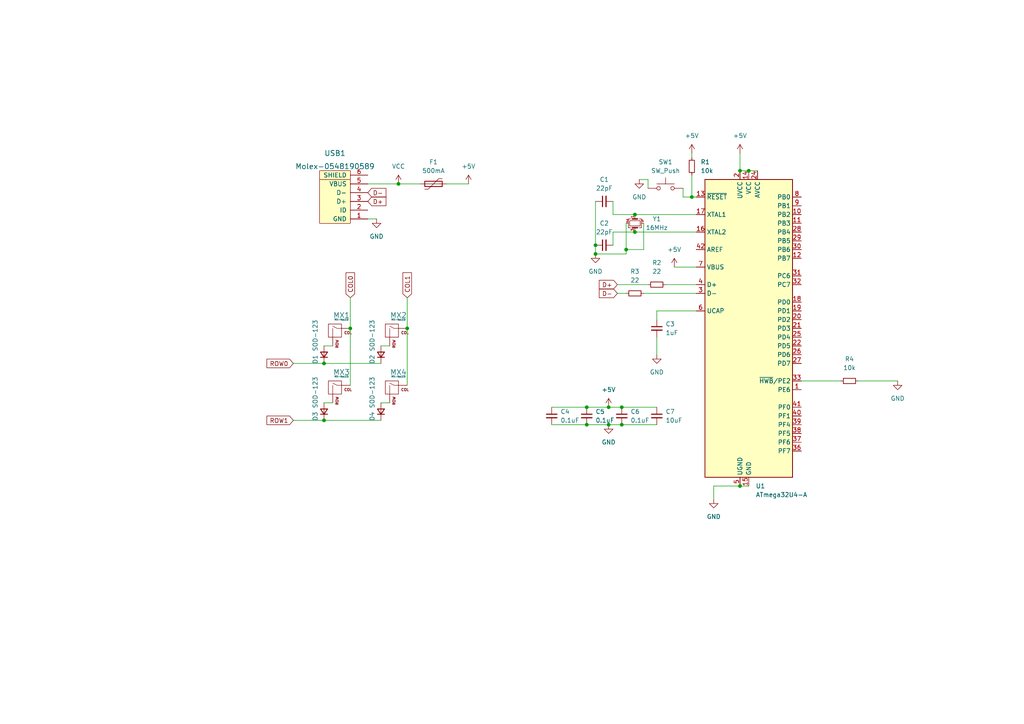
<source format=kicad_sch>
(kicad_sch (version 20211123) (generator eeschema)
  (paper "A4")
  (lib_symbols
    (symbol "Device:C_Small" (pin_numbers hide) (pin_names (offset 0.254) hide)
      (property "Reference" "C" (at 0.254 1.778 0))
      (property "Value" "C_Small" (at 0.254 -2.032 0))
      (symbol "C_Small_0_1"
        (polyline (pts (xy -1.524 -0.508) (xy 1.524 -0.508)) (stroke (width 0.3302)))
        (polyline (pts (xy -1.524 0.508) (xy 1.524 0.508)) (stroke (width 0.3048)))
      )
      (symbol "C_Small_1_1"
        (pin passive line (at 0 2.54 270) (length 2.032) (name "~") (number "1"))
        (pin passive line (at 0 -2.54 90) (length 2.032) (name "~") (number "2"))
      )
    )
    (symbol "Device:Crystal_GND24_Small" (pin_names (offset 1.016) hide)
      (property "Reference" "Y" (at 1.27 4.445 0))
      (property "Value" "Crystal_GND24_Small" (at 1.27 2.54 0))
      (symbol "Crystal_GND24_Small_0_1"
        (rectangle (start -0.762 -1.524) (end 0.762 1.524))
        (polyline (pts (xy -1.27 -0.762) (xy -1.27 0.762)) (stroke (width 0.381)))
        (polyline (pts (xy 1.27 -0.762) (xy 1.27 0.762)) (stroke (width 0.381)))
        (polyline (pts (xy -1.27 -1.27) (xy -1.27 -1.905) (xy 1.27 -1.905) (xy 1.27 -1.27)))
        (polyline (pts (xy -1.27 1.27) (xy -1.27 1.905) (xy 1.27 1.905) (xy 1.27 1.27)))
      )
      (symbol "Crystal_GND24_Small_1_1"
        (pin passive line (at -2.54 0 0) (length 1.27) (name "1") (number "1"))
        (pin passive line (at 0 -2.54 90) (length 0.635) (name "2") (number "2"))
        (pin passive line (at 2.54 0 180) (length 1.27) (name "3") (number "3"))
        (pin passive line (at 0 2.54 270) (length 0.635) (name "4") (number "4"))
      )
    )
    (symbol "Device:D_Small" (pin_numbers hide) (pin_names (offset 0.254) hide)
      (property "Reference" "D" (at -1.27 2.032 0))
      (property "Value" "D_Small" (at -3.81 -2.032 0))
      (symbol "D_Small_0_1"
        (polyline (pts (xy -0.762 -1.016) (xy -0.762 1.016)) (stroke (width 0.254)))
        (polyline (pts (xy -0.762 0) (xy 0.762 0)))
        (polyline (pts (xy 0.762 -1.016) (xy -0.762 0) (xy 0.762 1.016) (xy 0.762 -1.016)) (stroke (width 0.254)))
      )
      (symbol "D_Small_1_1"
        (pin passive line (at -2.54 0 0) (length 1.778) (name "K") (number "1"))
        (pin passive line (at 2.54 0 180) (length 1.778) (name "A") (number "2"))
      )
    )
    (symbol "Device:Polyfuse" (pin_numbers hide) (pin_names (offset 0))
      (property "Reference" "F" (at -2.54 0 90))
      (property "Value" "Polyfuse" (at 2.54 0 90))
      (symbol "Polyfuse_0_1"
        (rectangle (start -0.762 2.54) (end 0.762 -2.54) (stroke (width 0.254)))
        (polyline (pts (xy 0 2.54) (xy 0 -2.54)))
        (polyline (pts (xy -1.524 2.54) (xy -1.524 1.524) (xy 1.524 -1.524) (xy 1.524 -2.54)))
      )
      (symbol "Polyfuse_1_1"
        (pin passive line (at 0 3.81 270) (length 1.27) (name "~") (number "1"))
        (pin passive line (at 0 -3.81 90) (length 1.27) (name "~") (number "2"))
      )
    )
    (symbol "Device:R_Small" (pin_numbers hide) (pin_names (offset 0.254) hide)
      (property "Reference" "R" (at 0.762 0.508 0))
      (property "Value" "R_Small" (at 0.762 -1.016 0))
      (symbol "R_Small_0_1"
        (rectangle (start -0.762 1.778) (end 0.762 -1.778) (stroke (width 0.2032)))
      )
      (symbol "R_Small_1_1"
        (pin passive line (at 0 2.54 270) (length 0.762) (name "~") (number "1"))
        (pin passive line (at 0 -2.54 90) (length 0.762) (name "~") (number "2"))
      )
    )
    (symbol "MCU_Microchip_ATmega:ATmega32U4-A"
      (property "Reference" "U" (at -12.7 44.45 0))
      (property "Value" "ATmega32U4-A" (at 2.54 -44.45 0))
      (symbol "ATmega32U4-A_0_1"
        (rectangle (start -12.7 -43.18) (end 12.7 43.18) (stroke (width 0.254)) (fill (type background)))
      )
      (symbol "ATmega32U4-A_1_1"
        (pin bidirectional line (at 15.24 -17.78 180) (length 2.54) (name "PE6") (number "1"))
        (pin bidirectional line (at 15.24 33.02 180) (length 2.54) (name "PB2") (number "10"))
        (pin bidirectional line (at 15.24 30.48 180) (length 2.54) (name "PB3") (number "11"))
        (pin bidirectional line (at 15.24 20.32 180) (length 2.54) (name "PB7") (number "12"))
        (pin input line (at -15.24 38.1 0) (length 2.54) (name "~{RESET}") (number "13"))
        (pin power_in line (at 0 45.72 270) (length 2.54) (name "VCC") (number "14"))
        (pin power_in line (at 0 -45.72 90) (length 2.54) (name "GND") (number "15"))
        (pin output line (at -15.24 27.94 0) (length 2.54) (name "XTAL2") (number "16"))
        (pin input line (at -15.24 33.02 0) (length 2.54) (name "XTAL1") (number "17"))
        (pin bidirectional line (at 15.24 7.62 180) (length 2.54) (name "PD0") (number "18"))
        (pin bidirectional line (at 15.24 5.08 180) (length 2.54) (name "PD1") (number "19"))
        (pin power_in line (at -2.54 45.72 270) (length 2.54) (name "UVCC") (number "2"))
        (pin bidirectional line (at 15.24 2.54 180) (length 2.54) (name "PD2") (number "20"))
        (pin bidirectional line (at 15.24 0 180) (length 2.54) (name "PD3") (number "21"))
        (pin bidirectional line (at 15.24 -5.08 180) (length 2.54) (name "PD5") (number "22"))
        (pin passive line (at 0 -45.72 90) (length 2.54) hide (name "GND") (number "23"))
        (pin power_in line (at 2.54 45.72 270) (length 2.54) (name "AVCC") (number "24"))
        (pin bidirectional line (at 15.24 -2.54 180) (length 2.54) (name "PD4") (number "25"))
        (pin bidirectional line (at 15.24 -7.62 180) (length 2.54) (name "PD6") (number "26"))
        (pin bidirectional line (at 15.24 -10.16 180) (length 2.54) (name "PD7") (number "27"))
        (pin bidirectional line (at 15.24 27.94 180) (length 2.54) (name "PB4") (number "28"))
        (pin bidirectional line (at 15.24 25.4 180) (length 2.54) (name "PB5") (number "29"))
        (pin bidirectional line (at -15.24 10.16 0) (length 2.54) (name "D-") (number "3"))
        (pin bidirectional line (at 15.24 22.86 180) (length 2.54) (name "PB6") (number "30"))
        (pin bidirectional line (at 15.24 15.24 180) (length 2.54) (name "PC6") (number "31"))
        (pin bidirectional line (at 15.24 12.7 180) (length 2.54) (name "PC7") (number "32"))
        (pin bidirectional line (at 15.24 -15.24 180) (length 2.54) (name "~{HWB}/PE2") (number "33"))
        (pin passive line (at 0 45.72 270) (length 2.54) hide (name "VCC") (number "34"))
        (pin passive line (at 0 -45.72 90) (length 2.54) hide (name "GND") (number "35"))
        (pin bidirectional line (at 15.24 -35.56 180) (length 2.54) (name "PF7") (number "36"))
        (pin bidirectional line (at 15.24 -33.02 180) (length 2.54) (name "PF6") (number "37"))
        (pin bidirectional line (at 15.24 -30.48 180) (length 2.54) (name "PF5") (number "38"))
        (pin bidirectional line (at 15.24 -27.94 180) (length 2.54) (name "PF4") (number "39"))
        (pin bidirectional line (at -15.24 12.7 0) (length 2.54) (name "D+") (number "4"))
        (pin bidirectional line (at 15.24 -25.4 180) (length 2.54) (name "PF1") (number "40"))
        (pin bidirectional line (at 15.24 -22.86 180) (length 2.54) (name "PF0") (number "41"))
        (pin passive line (at -15.24 22.86 0) (length 2.54) (name "AREF") (number "42"))
        (pin passive line (at 0 -45.72 90) (length 2.54) hide (name "GND") (number "43"))
        (pin passive line (at 2.54 45.72 270) (length 2.54) hide (name "AVCC") (number "44"))
        (pin passive line (at -2.54 -45.72 90) (length 2.54) (name "UGND") (number "5"))
        (pin passive line (at -15.24 5.08 0) (length 2.54) (name "UCAP") (number "6"))
        (pin input line (at -15.24 17.78 0) (length 2.54) (name "VBUS") (number "7"))
        (pin bidirectional line (at 15.24 38.1 180) (length 2.54) (name "PB0") (number "8"))
        (pin bidirectional line (at 15.24 35.56 180) (length 2.54) (name "PB1") (number "9"))
      )
    )
    (symbol "MX_Alps_Hybrid:MX-NoLED" (pin_names (offset 1.016))
      (property "Reference" "MX" (at -0.635 3.81 0))
      (property "Value" "MX-NoLED" (at -0.635 1.27 0))
      (symbol "MX-NoLED_0_0"
        (rectangle (start -2.54 2.54) (end 1.27 -1.27))
        (polyline (pts (xy -1.27 -1.27) (xy -1.27 1.27)) (stroke (width 0.127)))
        (polyline (pts (xy 1.27 1.27) (xy 0 1.27) (xy -1.27 1.905)) (stroke (width 0.127)))
        (text "COL" (at 3.175 0 0) (effects (font (size 0.762 0.762))))
        (text "ROW" (at 0 -1.905 900) (effects (font (size 0.762 0.762)) (justify right)))
      )
      (symbol "MX-NoLED_1_1"
        (pin passive line (at 3.81 1.27 180) (length 2.54) (name "COL") (number "1"))
        (pin passive line (at -1.27 -3.81 90) (length 2.54) (name "ROW") (number "2"))
      )
    )
    (symbol "Switch:SW_Push" (pin_numbers hide) (pin_names (offset 1.016) hide)
      (property "Reference" "SW" (at 1.27 2.54 0))
      (property "Value" "SW_Push" (at 0 -1.524 0))
      (symbol "SW_Push_0_1"
        (circle (center -2.032 0) (radius 0.508))
        (polyline (pts (xy 0 1.27) (xy 0 3.048)))
        (polyline (pts (xy 2.54 1.27) (xy -2.54 1.27)))
        (circle (center 2.032 0) (radius 0.508))
        (pin passive line (at -5.08 0 0) (length 2.54) (name "1") (number "1"))
        (pin passive line (at 5.08 0 180) (length 2.54) (name "2") (number "2"))
      )
    )
    (symbol "power:+5V" (power) (pin_names (offset 0))
      (property "Value" "+5V" (at 0 3.556 0))
      (symbol "+5V_0_1"
        (polyline (pts (xy -0.762 1.27) (xy 0 2.54)))
        (polyline (pts (xy 0 0) (xy 0 2.54)))
        (polyline (pts (xy 0 2.54) (xy 0.762 1.27)))
      )
      (symbol "+5V_1_1"
        (pin power_in line (at 0 0 90) (length 0) hide (name "+5V") (number "1"))
      )
    )
    (symbol "power:GND" (power) (pin_names (offset 0))
      (property "Value" "GND" (at 0 -3.81 0))
      (symbol "GND_0_1"
        (polyline (pts (xy 0 0) (xy 0 -1.27) (xy 1.27 -1.27) (xy 0 -2.54) (xy -1.27 -1.27) (xy 0 -1.27)))
      )
      (symbol "GND_1_1"
        (pin power_in line (at 0 0 270) (length 0) hide (name "GND") (number "1"))
      )
    )
    (symbol "power:VCC" (power) (pin_names (offset 0))
      (property "Value" "VCC" (at 0 3.81 0))
      (symbol "VCC_0_1"
        (polyline (pts (xy -0.762 1.27) (xy 0 2.54)))
        (polyline (pts (xy 0 0) (xy 0 2.54)))
        (polyline (pts (xy 0 2.54) (xy 0.762 1.27)))
      )
      (symbol "VCC_1_1"
        (pin power_in line (at 0 0 90) (length 0) hide (name "VCC") (number "1"))
      )
    )
    (symbol "random-keyboard-parts:Molex-0548190589" (pin_names (offset 1.016))
      (property "Reference" "USB" (at 0 7.62 0))
      (property "Value" "Molex-0548190589" (at 0 10.16 0))
      (symbol "Molex-0548190589_0_0"
        (polyline (pts (xy 6.35 -2.54) (xy 6.35 6.35)))
        (rectangle (start 8.89 -2.54) (end -6.35 6.35) (fill (type background)))
      )
      (symbol "Molex-0548190589_1_1"
        (pin input line (at -5.08 -7.62 90) (length 5.08) (name "GND") (number "1"))
        (pin input line (at -2.54 -7.62 90) (length 5.08) (name "ID") (number "2"))
        (pin input line (at 0 -7.62 90) (length 5.08) (name "D+") (number "3"))
        (pin input line (at 2.54 -7.62 90) (length 5.08) (name "D-") (number "4"))
        (pin input line (at 5.08 -7.62 90) (length 5.08) (name "VBUS") (number "5"))
        (pin input line (at 7.62 -7.62 90) (length 5.08) (name "SHIELD") (number "6"))
      )
    )
  )
  (junction (at 118.11 95.25))
  (junction (at 214.63 140.97))
  (junction (at 217.17 49.53))
  (junction (at 101.6 95.25))
  (junction (at 181.61 72.39))
  (junction (at 93.98 105.41))
  (junction (at 170.18 123.19))
  (junction (at 172.72 73.66))
  (junction (at 170.18 118.11))
  (junction (at 176.53 118.11))
  (junction (at 214.63 49.53))
  (junction (at 180.34 123.19))
  (junction (at 200.66 57.15))
  (junction (at 172.72 71.12))
  (junction (at 180.34 118.11))
  (junction (at 115.57 53.34))
  (junction (at 93.98 121.92))
  (junction (at 176.53 123.19))
  (junction (at 184.15 67.31))
  (junction (at 184.15 62.23))
  (wire (pts (xy 180.34 123.19) (xy 190.5 123.19)))
  (wire (pts (xy 217.17 49.53) (xy 219.71 49.53)))
  (wire (pts (xy 214.63 44.45) (xy 214.63 49.53)))
  (wire (pts (xy 101.6 95.25) (xy 101.6 111.76)))
  (wire (pts (xy 181.61 72.39) (xy 181.61 73.66)))
  (wire (pts (xy 200.66 50.8) (xy 200.66 57.15)))
  (wire (pts (xy 190.5 90.17) (xy 190.5 92.71)))
  (wire (pts (xy 200.66 57.15) (xy 201.93 57.15)))
  (wire (pts (xy 184.15 62.23) (xy 201.93 62.23)))
  (wire (pts (xy 101.6 86.36) (xy 101.6 95.25)))
  (wire (pts (xy 129.54 53.34) (xy 135.89 53.34)))
  (wire (pts (xy 186.69 64.77) (xy 186.69 72.39)))
  (wire (pts (xy 110.49 116.84) (xy 113.03 116.84)))
  (wire (pts (xy 184.15 62.23) (xy 177.8 62.23)))
  (wire (pts (xy 160.02 123.19) (xy 170.18 123.19)))
  (wire (pts (xy 118.11 86.36) (xy 118.11 95.25)))
  (wire (pts (xy 187.96 54.61) (xy 187.96 52.07)))
  (wire (pts (xy 93.98 100.33) (xy 96.52 100.33)))
  (wire (pts (xy 214.63 140.97) (xy 207.01 140.97)))
  (wire (pts (xy 201.93 90.17) (xy 190.5 90.17)))
  (wire (pts (xy 93.98 105.41) (xy 110.49 105.41)))
  (wire (pts (xy 110.49 100.33) (xy 113.03 100.33)))
  (wire (pts (xy 115.57 53.34) (xy 121.92 53.34)))
  (wire (pts (xy 207.01 140.97) (xy 207.01 144.78)))
  (wire (pts (xy 172.72 58.42) (xy 172.72 71.12)))
  (wire (pts (xy 179.07 82.55) (xy 187.96 82.55)))
  (wire (pts (xy 190.5 97.79) (xy 190.5 102.87)))
  (wire (pts (xy 176.53 118.11) (xy 180.34 118.11)))
  (wire (pts (xy 200.66 44.45) (xy 200.66 45.72)))
  (wire (pts (xy 181.61 64.77) (xy 181.61 72.39)))
  (wire (pts (xy 93.98 121.92) (xy 110.49 121.92)))
  (wire (pts (xy 85.09 105.41) (xy 93.98 105.41)))
  (wire (pts (xy 180.34 118.11) (xy 190.5 118.11)))
  (wire (pts (xy 118.11 95.25) (xy 118.11 111.76)))
  (wire (pts (xy 186.69 85.09) (xy 201.93 85.09)))
  (wire (pts (xy 106.68 63.5) (xy 109.22 63.5)))
  (wire (pts (xy 93.98 116.84) (xy 96.52 116.84)))
  (wire (pts (xy 186.69 72.39) (xy 181.61 72.39)))
  (wire (pts (xy 85.09 121.92) (xy 93.98 121.92)))
  (wire (pts (xy 195.58 77.47) (xy 201.93 77.47)))
  (wire (pts (xy 170.18 123.19) (xy 176.53 123.19)))
  (wire (pts (xy 172.72 71.12) (xy 172.72 73.66)))
  (wire (pts (xy 214.63 49.53) (xy 217.17 49.53)))
  (wire (pts (xy 170.18 118.11) (xy 176.53 118.11)))
  (wire (pts (xy 106.68 53.34) (xy 115.57 53.34)))
  (wire (pts (xy 160.02 118.11) (xy 170.18 118.11)))
  (wire (pts (xy 184.15 67.31) (xy 177.8 67.31)))
  (wire (pts (xy 184.15 67.31) (xy 201.93 67.31)))
  (wire (pts (xy 176.53 123.19) (xy 180.34 123.19)))
  (wire (pts (xy 248.92 110.49) (xy 260.35 110.49)))
  (wire (pts (xy 179.07 85.09) (xy 181.61 85.09)))
  (wire (pts (xy 177.8 67.31) (xy 177.8 71.12)))
  (wire (pts (xy 181.61 73.66) (xy 172.72 73.66)))
  (wire (pts (xy 214.63 140.97) (xy 217.17 140.97)))
  (wire (pts (xy 232.41 110.49) (xy 243.84 110.49)))
  (wire (pts (xy 193.04 82.55) (xy 201.93 82.55)))
  (wire (pts (xy 187.96 52.07) (xy 185.42 52.07)))
  (wire (pts (xy 200.66 57.15) (xy 198.12 57.15)))
  (wire (pts (xy 198.12 57.15) (xy 198.12 54.61)))
  (wire (pts (xy 177.8 62.23) (xy 177.8 58.42)))
  (global_label "D-" (shape input) (at 106.68 55.88 0) (property "Intersheet References" "${INTERSHEET_REFS}" (effects hide)))
  (global_label "D+" (shape input) (at 106.68 58.42 0) (property "Intersheet References" "${INTERSHEET_REFS}" (effects hide)))
  (global_label "D-" (shape input) (at 179.07 85.09 180) (property "Intersheet References" "${INTERSHEET_REFS}" (effects hide)))
  (global_label "COL0" (shape input) (at 101.6 86.36 90) (property "Intersheet References" "${INTERSHEET_REFS}" (effects hide)))
  (global_label "D+" (shape input) (at 179.07 82.55 180) (property "Intersheet References" "${INTERSHEET_REFS}" (effects hide)))
  (global_label "ROW1" (shape input) (at 85.09 121.92 180) (property "Intersheet References" "${INTERSHEET_REFS}" (effects hide)))
  (global_label "COL1" (shape input) (at 118.11 86.36 90) (property "Intersheet References" "${INTERSHEET_REFS}" (effects hide)))
  (global_label "ROW0" (shape input) (at 85.09 105.41 180) (property "Intersheet References" "${INTERSHEET_REFS}" (effects hide)))
  (symbol (lib_id "power:GND") (at 109.22 63.5 0) (unit 1)
    (property "Reference" "#PWR0111" (effects hide))
    (property "Value" "GND" (at 109.22 68.58 0))
  )
  (symbol (lib_id "Device:C_Small") (at 170.18 120.65 0) (unit 1)
    (property "Reference" "C5" (at 172.72 119.3862 0) (effects (justify left)))
    (property "Value" "0.1uF" (at 172.72 121.9262 0) (effects (justify left)))
    (property "Footprint" "Capacitor_SMD:C_0805_2012Metric" (effects hide))
  )
  (symbol (lib_id "power:GND") (at 260.35 110.49 0) (unit 1)
    (property "Reference" "#PWR0102" (effects hide))
    (property "Value" "GND" (at 260.35 115.57 0))
  )
  (symbol (lib_id "Device:D_Small") (at 110.49 119.38 90) (unit 1)
    (property "Reference" "D4" (at 107.95 119.38 0) (effects (justify right)))
    (property "Value" "SOD-123" (at 107.95 109.22 0) (effects (justify right)))
    (property "Footprint" "Diode_SMD:D_SOD-123" (effects hide))
  )
  (symbol (lib_id "MX_Alps_Hybrid:MX-NoLED") (at 114.3 113.03 0) (unit 1)
    (property "Reference" "MX4" (at 115.57 107.95 0) (effects (font (size 1.524 1.524))))
    (property "Value" "MX-NoLED" (at 115.57 109.22 0) (effects (font (size 0.508 0.508))))
    (property "Footprint" "MX_Alps_Hybrid:MX-1U-NoLED" (effects hide))
  )
  (symbol (lib_id "power:GND") (at 176.53 123.19 0) (unit 1)
    (property "Reference" "#PWR0104" (effects hide))
    (property "Value" "GND" (at 176.53 128.27 0))
  )
  (symbol (lib_id "MCU_Microchip_ATmega:ATmega32U4-A") (at 217.17 95.25 0) (unit 1)
    (property "Reference" "U1" (at 219.1894 140.97 0) (effects (justify left)))
    (property "Value" "ATmega32U4-A" (at 219.1894 143.51 0) (effects (justify left)))
    (property "Footprint" "Package_QFP:TQFP-44_10x10mm_P0.8mm" (effects hide))
    (property "Datasheet" "http://ww1.microchip.com/downloads/en/DeviceDoc/Atmel-7766-8-bit-AVR-ATmega16U4-32U4_Datasheet.pdf" (effects hide))
  )
  (symbol (lib_id "Device:Polyfuse") (at 125.73 53.34 90) (unit 1)
    (property "Reference" "F1" (at 125.73 46.99 90))
    (property "Value" "500mA" (at 125.73 49.53 90))
    (property "Footprint" "Fuse:Fuse_1206_3216Metric" (effects hide))
  )
  (symbol (lib_id "Device:D_Small") (at 110.49 102.87 90) (unit 1)
    (property "Reference" "D2" (at 107.95 102.87 0) (effects (justify right)))
    (property "Value" "SOD-123" (at 107.95 92.71 0) (effects (justify right)))
    (property "Footprint" "Diode_SMD:D_SOD-123" (effects hide))
  )
  (symbol (lib_id "Device:D_Small") (at 93.98 119.38 90) (unit 1)
    (property "Reference" "D3" (at 91.44 119.38 0) (effects (justify right)))
    (property "Value" "SOD-123" (at 91.44 109.22 0) (effects (justify right)))
    (property "Footprint" "Diode_SMD:D_SOD-123" (effects hide))
  )
  (symbol (lib_id "Device:C_Small") (at 175.26 58.42 90) (unit 1)
    (property "Reference" "C1" (at 175.2663 52.07 90))
    (property "Value" "22pF" (at 175.2663 54.61 90))
    (property "Footprint" "Capacitor_SMD:C_0805_2012Metric" (effects hide))
  )
  (symbol (lib_id "power:GND") (at 207.01 144.78 0) (unit 1)
    (property "Reference" "#PWR0101" (effects hide))
    (property "Value" "GND" (at 207.01 149.86 0))
  )
  (symbol (lib_id "Device:Crystal_GND24_Small") (at 184.15 64.77 270) (unit 1)
    (property "Reference" "Y1" (at 190.5 63.5 90))
    (property "Value" "16MHz" (at 190.5 66.04 90))
    (property "Footprint" "Crystal:Crystal_SMD_3225-4Pin_3.2x2.5mm" (effects hide))
  )
  (symbol (lib_id "Device:C_Small") (at 160.02 120.65 0) (unit 1)
    (property "Reference" "C4" (at 162.56 119.3862 0) (effects (justify left)))
    (property "Value" "0.1uF" (at 162.56 121.9262 0) (effects (justify left)))
    (property "Footprint" "Capacitor_SMD:C_0805_2012Metric" (effects hide))
  )
  (symbol (lib_id "Device:R_Small") (at 246.38 110.49 90) (unit 1)
    (property "Reference" "R4" (at 246.38 104.14 90))
    (property "Value" "10k" (at 246.38 106.68 90))
    (property "Footprint" "Resistor_SMD:R_0805_2012Metric" (effects hide))
  )
  (symbol (lib_id "power:+5V") (at 176.53 118.11 0) (unit 1)
    (property "Reference" "#PWR0105" (effects hide))
    (property "Value" "+5V" (at 176.53 113.03 0))
  )
  (symbol (lib_id "Switch:SW_Push") (at 193.04 54.61 0) (unit 1)
    (property "Reference" "SW1" (at 193.04 46.99 0))
    (property "Value" "SW_Push" (at 193.04 49.53 0))
    (property "Footprint" "random-keyboard-parts:SKQG-1155865" (effects hide))
  )
  (symbol (lib_id "Device:C_Small") (at 175.26 71.12 90) (unit 1)
    (property "Reference" "C2" (at 175.2663 64.77 90))
    (property "Value" "22pF" (at 175.2663 67.31 90))
    (property "Footprint" "Capacitor_SMD:C_0805_2012Metric" (effects hide))
  )
  (symbol (lib_id "Device:D_Small") (at 93.98 102.87 90) (unit 1)
    (property "Reference" "D1" (at 91.44 102.87 0) (effects (justify right)))
    (property "Value" "SOD-123" (at 91.44 92.71 0) (effects (justify right)))
    (property "Footprint" "Diode_SMD:D_SOD-123" (effects hide))
  )
  (symbol (lib_id "power:+5V") (at 200.66 44.45 0) (unit 1)
    (property "Reference" "#PWR0110" (effects hide))
    (property "Value" "+5V" (at 200.66 39.37 0))
  )
  (symbol (lib_id "random-keyboard-parts:Molex-0548190589") (at 99.06 58.42 90) (unit 1)
    (property "Reference" "USB1" (at 97.155 44.45 90) (effects (font (size 1.524 1.524))))
    (property "Value" "Molex-0548190589" (at 97.155 48.26 90) (effects (font (size 1.524 1.524))))
    (property "Footprint" "random-keyboard-parts:Molex-0548190589" (effects hide))
  )
  (symbol (lib_id "Device:R_Small") (at 184.15 85.09 90) (unit 1)
    (property "Reference" "R3" (at 184.15 78.74 90))
    (property "Value" "22" (at 184.15 81.28 90))
    (property "Footprint" "Resistor_SMD:R_0805_2012Metric" (effects hide))
  )
  (symbol (lib_id "power:GND") (at 190.5 102.87 0) (unit 1)
    (property "Reference" "#PWR0103" (effects hide))
    (property "Value" "GND" (at 190.5 107.95 0))
  )
  (symbol (lib_id "power:GND") (at 172.72 73.66 0) (unit 1)
    (property "Reference" "#PWR0106" (effects hide))
    (property "Value" "GND" (at 172.72 78.74 0))
  )
  (symbol (lib_id "Device:C_Small") (at 180.34 120.65 0) (unit 1)
    (property "Reference" "C6" (at 182.88 119.3862 0) (effects (justify left)))
    (property "Value" "0.1uF" (at 182.88 121.9262 0) (effects (justify left)))
    (property "Footprint" "Capacitor_SMD:C_0805_2012Metric" (effects hide))
  )
  (symbol (lib_id "Device:R_Small") (at 190.5 82.55 90) (unit 1)
    (property "Reference" "R2" (at 190.5 76.2 90))
    (property "Value" "22" (at 190.5 78.74 90))
    (property "Footprint" "Resistor_SMD:R_0805_2012Metric" (effects hide))
  )
  (symbol (lib_id "MX_Alps_Hybrid:MX-NoLED") (at 114.3 96.52 0) (unit 1)
    (property "Reference" "MX2" (at 115.57 91.44 0) (effects (font (size 1.524 1.524))))
    (property "Value" "MX-NoLED" (at 115.57 92.71 0) (effects (font (size 0.508 0.508))))
    (property "Footprint" "MX_Alps_Hybrid:MX-1U-NoLED" (effects hide))
  )
  (symbol (lib_id "Device:C_Small") (at 190.5 95.25 0) (unit 1)
    (property "Reference" "C3" (at 193.04 93.9862 0) (effects (justify left)))
    (property "Value" "1uF" (at 193.04 96.5262 0) (effects (justify left)))
    (property "Footprint" "Capacitor_SMD:C_0805_2012Metric" (effects hide))
  )
  (symbol (lib_id "power:+5V") (at 195.58 77.47 0) (unit 1)
    (property "Reference" "#PWR0107" (effects hide))
    (property "Value" "+5V" (at 195.58 72.39 0))
  )
  (symbol (lib_id "MX_Alps_Hybrid:MX-NoLED") (at 97.79 113.03 0) (unit 1)
    (property "Reference" "MX3" (at 99.06 107.95 0) (effects (font (size 1.524 1.524))))
    (property "Value" "MX-NoLED" (at 99.06 109.22 0) (effects (font (size 0.508 0.508))))
    (property "Footprint" "MX_Alps_Hybrid:MX-1U-NoLED" (effects hide))
  )
  (symbol (lib_id "Device:C_Small") (at 190.5 120.65 0) (unit 1)
    (property "Reference" "C7" (at 193.04 119.3862 0) (effects (justify left)))
    (property "Value" "10uF" (at 193.04 121.9262 0) (effects (justify left)))
    (property "Footprint" "Capacitor_SMD:C_0805_2012Metric" (effects hide))
  )
  (symbol (lib_id "power:+5V") (at 135.89 53.34 0) (unit 1)
    (property "Reference" "#PWR0113" (effects hide))
    (property "Value" "+5V" (at 135.89 48.26 0))
  )
  (symbol (lib_id "power:+5V") (at 214.63 44.45 0) (unit 1)
    (property "Reference" "#PWR0109" (effects hide))
    (property "Value" "+5V" (at 214.63 39.37 0))
  )
  (symbol (lib_id "Device:R_Small") (at 200.66 48.26 180) (unit 1)
    (property "Reference" "R1" (at 203.2 46.9899 0) (effects (justify right)))
    (property "Value" "10k" (at 203.2 49.5299 0) (effects (justify right)))
    (property "Footprint" "Resistor_SMD:R_0805_2012Metric" (effects hide))
  )
  (symbol (lib_id "MX_Alps_Hybrid:MX-NoLED") (at 97.79 96.52 0) (unit 1)
    (property "Reference" "MX1" (at 99.06 91.44 0) (effects (font (size 1.524 1.524))))
    (property "Value" "MX-NoLED" (at 99.06 92.71 0) (effects (font (size 0.508 0.508))))
    (property "Footprint" "MX_Alps_Hybrid:MX-1U-NoLED" (effects hide))
  )
  (symbol (lib_id "power:GND") (at 185.42 52.07 0) (unit 1)
    (property "Reference" "#PWR0108" (effects hide))
    (property "Value" "GND" (at 185.42 57.15 0))
  )
  (symbol (lib_id "power:VCC") (at 115.57 53.34 0) (unit 1)
    (property "Reference" "#PWR0112" (effects hide))
    (property "Value" "VCC" (at 115.57 48.26 0))
  )
)
</source>
